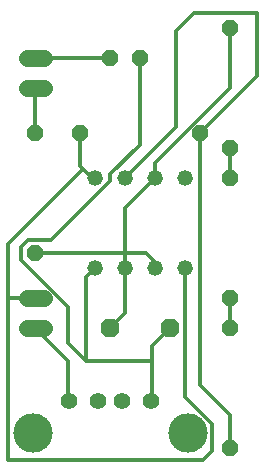
<source format=gbr>
G04 EAGLE Gerber RS-274X export*
G75*
%MOMM*%
%FSLAX34Y34*%
%LPD*%
%INTop Copper*%
%IPPOS*%
%AMOC8*
5,1,8,0,0,1.08239X$1,22.5*%
G01*
%ADD10C,1.422400*%
%ADD11P,1.429621X8X22.500000*%
%ADD12P,1.429621X8X292.500000*%
%ADD13P,1.429621X8X112.500000*%
%ADD14C,1.320800*%
%ADD15P,1.732040X8X22.500000*%
%ADD16C,1.422400*%
%ADD17C,3.327400*%
%ADD18C,0.304800*%


D10*
X43688Y330200D02*
X57912Y330200D01*
X57912Y355600D02*
X43688Y355600D01*
X43688Y127000D02*
X57912Y127000D01*
X57912Y152400D02*
X43688Y152400D01*
D11*
X114300Y355600D03*
X139700Y355600D03*
X88900Y292100D03*
X190500Y292100D03*
D12*
X215900Y381000D03*
X215900Y279400D03*
D13*
X50800Y190500D03*
X50800Y292100D03*
D14*
X101600Y177800D03*
X127000Y177800D03*
X127000Y254000D03*
X101600Y254000D03*
X152400Y177800D03*
X177800Y177800D03*
X152400Y254000D03*
X177800Y254000D03*
D15*
X114300Y127000D03*
X165100Y127000D03*
D12*
X215900Y254000D03*
X215900Y152400D03*
X215900Y127000D03*
X215900Y25400D03*
D16*
X79375Y65278D03*
X104267Y65278D03*
X124333Y65278D03*
X149225Y65278D03*
D17*
X179959Y38100D03*
X48641Y38100D03*
D18*
X50292Y293370D02*
X50292Y329692D01*
X185420Y393700D02*
X238760Y393700D01*
X185420Y393700D02*
X170180Y378460D01*
X170180Y297180D01*
X127000Y254000D01*
X238760Y340360D02*
X238760Y393700D01*
X238760Y340360D02*
X190500Y292100D01*
X190500Y78740D01*
X215900Y53340D01*
X215900Y25400D01*
X215900Y330200D02*
X215900Y381000D01*
X215900Y330200D02*
X152400Y266700D01*
X152400Y254000D01*
X127000Y177800D02*
X127000Y139700D01*
X114300Y127000D01*
X127000Y228600D02*
X152400Y254000D01*
X127000Y228600D02*
X127000Y177800D01*
X215900Y152400D02*
X215900Y127000D01*
X215900Y254000D02*
X215900Y279400D01*
X50800Y127000D02*
X78740Y99060D01*
X78740Y66040D01*
X152400Y177800D02*
X152400Y182880D01*
X144780Y190500D01*
X50800Y190500D01*
X139700Y282194D02*
X139700Y355600D01*
X139700Y282194D02*
X114554Y257048D01*
X114554Y251460D01*
X64262Y201168D01*
X44704Y201168D01*
X39116Y195580D01*
X39116Y184404D01*
X48260Y175260D02*
X49784Y173736D01*
X48260Y175260D02*
X39116Y184404D01*
X93980Y170180D02*
X101600Y177800D01*
X93980Y170180D02*
X93980Y99060D01*
X149860Y99060D01*
X93980Y99060D02*
X78740Y114300D01*
X149860Y111760D02*
X165100Y127000D01*
X149860Y111760D02*
X149860Y99060D01*
X149860Y66040D01*
X78740Y144780D02*
X49784Y173736D01*
X78740Y144780D02*
X78740Y114300D01*
X177800Y68580D02*
X177800Y177800D01*
X177800Y68580D02*
X200660Y45720D01*
X200660Y22860D01*
X193040Y15240D01*
X27940Y15240D01*
X27940Y152400D01*
X50800Y152400D01*
X27940Y152400D02*
X27940Y198120D01*
X91440Y261620D01*
X88900Y264160D01*
X88900Y292100D01*
X91440Y261620D02*
X99060Y254000D01*
X101600Y254000D01*
X114300Y355600D02*
X50800Y355600D01*
M02*

</source>
